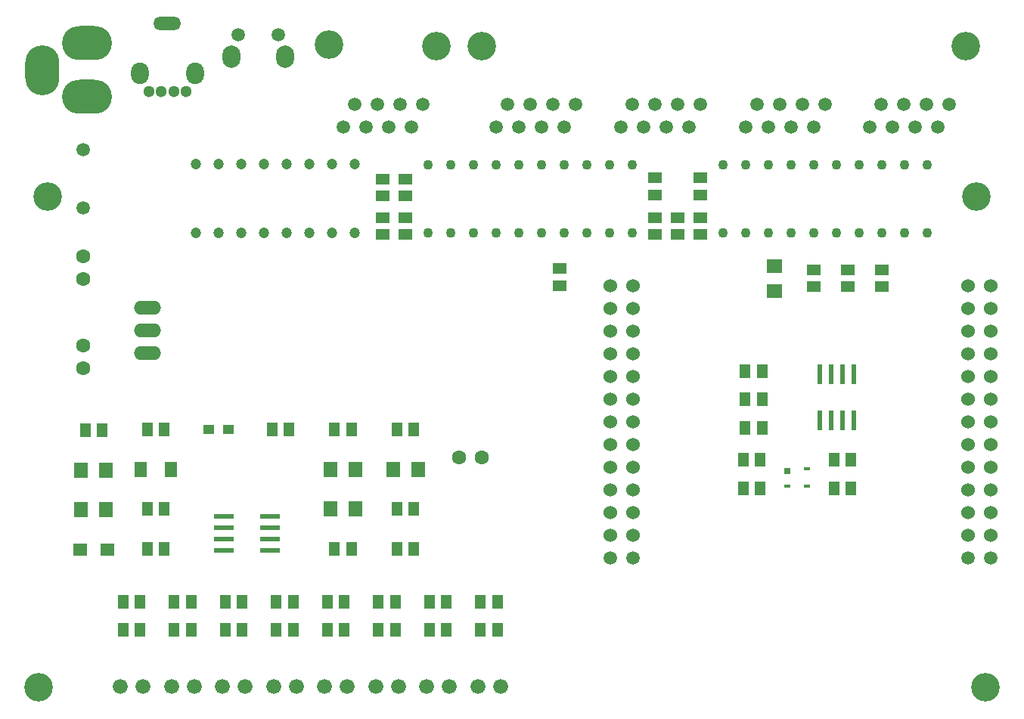
<source format=gts>
G04 (created by PCBNEW (2013-07-07 BZR 4022)-stable) date 2013/12/2 11:28:43*
%MOIN*%
G04 Gerber Fmt 3.4, Leading zero omitted, Abs format*
%FSLAX34Y34*%
G01*
G70*
G90*
G04 APERTURE LIST*
%ADD10C,0.00590551*%
%ADD11R,0.0866X0.0236*%
%ADD12O,0.12X0.06*%
%ADD13C,0.0433071*%
%ADD14R,0.0314961X0.030315*%
%ADD15R,0.0314961X0.015748*%
%ADD16R,0.0511X0.059*%
%ADD17R,0.059X0.0511*%
%ADD18O,0.15X0.22*%
%ADD19O,0.22X0.15*%
%ADD20R,0.0472X0.0393*%
%ADD21R,0.0551X0.0708*%
%ADD22R,0.0236X0.0866*%
%ADD23C,0.0472441*%
%ADD24C,0.066*%
%ADD25C,0.0593*%
%ADD26O,0.0787402X0.0984252*%
%ADD27C,0.126*%
%ADD28R,0.0629X0.0551*%
%ADD29C,0.063*%
%ADD30C,0.0590551*%
%ADD31C,0.06*%
%ADD32C,0.0511811*%
%ADD33O,0.0787402X0.0944882*%
%ADD34O,0.122047X0.0590551*%
%ADD35C,0.125984*%
%ADD36R,0.0629X0.0708*%
%ADD37R,0.0708X0.0629*%
G04 APERTURE END LIST*
G54D10*
G54D11*
X43977Y-30250D03*
X43977Y-30750D03*
X43977Y-31250D03*
X43977Y-31750D03*
X46023Y-31750D03*
X46023Y-31250D03*
X46023Y-30750D03*
X46023Y-30250D03*
G54D12*
X40625Y-22047D03*
X40625Y-21047D03*
X40625Y-23047D03*
G54D13*
X53000Y-17750D03*
X54000Y-17750D03*
X55000Y-17750D03*
X56000Y-17750D03*
X57000Y-17750D03*
X58000Y-17750D03*
X59000Y-17750D03*
X60000Y-17750D03*
X61000Y-17750D03*
X62000Y-17750D03*
X62000Y-14750D03*
X61000Y-14750D03*
X60000Y-14750D03*
X59000Y-14750D03*
X58000Y-14750D03*
X57000Y-14750D03*
X56000Y-14750D03*
X55000Y-14750D03*
X54000Y-14750D03*
X53000Y-14750D03*
X66000Y-17750D03*
X67000Y-17750D03*
X68000Y-17750D03*
X69000Y-17750D03*
X70000Y-17750D03*
X71000Y-17750D03*
X72000Y-17750D03*
X73000Y-17750D03*
X74000Y-17750D03*
X75000Y-17750D03*
X75000Y-14750D03*
X74000Y-14750D03*
X73000Y-14750D03*
X72000Y-14750D03*
X71000Y-14750D03*
X70000Y-14750D03*
X69000Y-14750D03*
X68000Y-14750D03*
X67000Y-14750D03*
X66000Y-14750D03*
G54D14*
X68828Y-28232D03*
G54D15*
X68828Y-28917D03*
X69671Y-28917D03*
X69671Y-28161D03*
G54D16*
X52368Y-31679D03*
X51620Y-31679D03*
X67714Y-23842D03*
X66966Y-23842D03*
X67714Y-25092D03*
X66966Y-25092D03*
X40620Y-31679D03*
X41368Y-31679D03*
X40620Y-29929D03*
X41368Y-29929D03*
X40620Y-26429D03*
X41368Y-26429D03*
X66966Y-26342D03*
X67714Y-26342D03*
X49618Y-26429D03*
X48870Y-26429D03*
X52368Y-26429D03*
X51620Y-26429D03*
G54D17*
X65000Y-17076D03*
X65000Y-17824D03*
X51000Y-15376D03*
X51000Y-16124D03*
G54D16*
X55301Y-35250D03*
X56049Y-35250D03*
G54D17*
X52000Y-15376D03*
X52000Y-16124D03*
X63000Y-15326D03*
X63000Y-16074D03*
X65000Y-15326D03*
X65000Y-16074D03*
G54D16*
X44799Y-34000D03*
X44051Y-34000D03*
X40299Y-34000D03*
X39551Y-34000D03*
X41801Y-35250D03*
X42549Y-35250D03*
X42549Y-34000D03*
X41801Y-34000D03*
X47049Y-34000D03*
X46301Y-34000D03*
X49299Y-34000D03*
X48551Y-34000D03*
X51549Y-34000D03*
X50801Y-34000D03*
X71624Y-29000D03*
X70876Y-29000D03*
X67624Y-29000D03*
X66876Y-29000D03*
X39551Y-35250D03*
X40299Y-35250D03*
G54D18*
X36000Y-10570D03*
G54D19*
X37970Y-11750D03*
X37970Y-9390D03*
G54D20*
X43311Y-26429D03*
X44177Y-26429D03*
G54D21*
X40325Y-28179D03*
X41663Y-28179D03*
G54D16*
X53799Y-35250D03*
X53051Y-35250D03*
X70876Y-27750D03*
X71624Y-27750D03*
X46868Y-26429D03*
X46120Y-26429D03*
X38624Y-26450D03*
X37876Y-26450D03*
X44799Y-35250D03*
X44051Y-35250D03*
X47049Y-35250D03*
X46301Y-35250D03*
X49299Y-35250D03*
X48551Y-35250D03*
X51549Y-35250D03*
X50801Y-35250D03*
X48870Y-31679D03*
X49618Y-31679D03*
G54D17*
X51000Y-17076D03*
X51000Y-17824D03*
X73000Y-19376D03*
X73000Y-20124D03*
X71500Y-19376D03*
X71500Y-20124D03*
X58800Y-19326D03*
X58800Y-20074D03*
X52000Y-17076D03*
X52000Y-17824D03*
G54D16*
X51620Y-29929D03*
X52368Y-29929D03*
X55301Y-34000D03*
X56049Y-34000D03*
X53799Y-34000D03*
X53051Y-34000D03*
G54D22*
X70250Y-26023D03*
X70750Y-26023D03*
X71250Y-26023D03*
X71750Y-26023D03*
X71750Y-23977D03*
X71250Y-23977D03*
X70750Y-23977D03*
X70250Y-23977D03*
G54D23*
X42750Y-17750D03*
X43750Y-17750D03*
X44750Y-17750D03*
X45750Y-17750D03*
X46750Y-17750D03*
X47750Y-17750D03*
X48750Y-17750D03*
X49750Y-17750D03*
X49750Y-14726D03*
X48750Y-14726D03*
X47742Y-14722D03*
X46746Y-14722D03*
X45750Y-14726D03*
X44750Y-14726D03*
X43750Y-14726D03*
X42750Y-14726D03*
G54D24*
X44925Y-37750D03*
X43925Y-37750D03*
X47175Y-37750D03*
X46175Y-37750D03*
X49425Y-37750D03*
X48425Y-37750D03*
X51675Y-37750D03*
X50675Y-37750D03*
X53925Y-37750D03*
X52925Y-37750D03*
X55200Y-37750D03*
X56200Y-37750D03*
X42675Y-37750D03*
X41675Y-37750D03*
G54D25*
X46385Y-9000D03*
X44614Y-9000D03*
G54D26*
X46681Y-9984D03*
X44318Y-9984D03*
G54D27*
X35826Y-37795D03*
X36220Y-16141D03*
X77559Y-37795D03*
X77165Y-16141D03*
G54D28*
X38840Y-31700D03*
X37660Y-31700D03*
G54D17*
X64000Y-17076D03*
X64000Y-17824D03*
G54D16*
X67624Y-27750D03*
X66876Y-27750D03*
G54D17*
X63000Y-17076D03*
X63000Y-17824D03*
G54D29*
X37795Y-23728D03*
X37795Y-22728D03*
X37795Y-18791D03*
X37795Y-19791D03*
G54D30*
X37795Y-14074D03*
X37795Y-16633D03*
G54D17*
X70000Y-19376D03*
X70000Y-20124D03*
G54D31*
X76771Y-20078D03*
X77771Y-20078D03*
X76771Y-21078D03*
X77771Y-21078D03*
X76771Y-22078D03*
X77771Y-22078D03*
X76771Y-23078D03*
X77771Y-23078D03*
X76771Y-24078D03*
X77771Y-24078D03*
X76771Y-25078D03*
X77771Y-25078D03*
X76771Y-26078D03*
X77771Y-26078D03*
X76771Y-27078D03*
X77771Y-27078D03*
X76771Y-28078D03*
X77771Y-28078D03*
X76771Y-29078D03*
X77771Y-29078D03*
X76771Y-30078D03*
X77771Y-30078D03*
X76771Y-31078D03*
X77771Y-31078D03*
G54D25*
X76771Y-32078D03*
X77771Y-32078D03*
G54D31*
X61023Y-20078D03*
X62023Y-20078D03*
X61023Y-21078D03*
X62023Y-21078D03*
X61023Y-22078D03*
X62023Y-22078D03*
X61023Y-23078D03*
X62023Y-23078D03*
X61023Y-24078D03*
X62023Y-24078D03*
X61023Y-25078D03*
X62023Y-25078D03*
X61023Y-26078D03*
X62023Y-26078D03*
X61023Y-27078D03*
X62023Y-27078D03*
X61023Y-28078D03*
X62023Y-28078D03*
X61023Y-29078D03*
X62023Y-29078D03*
X61023Y-30078D03*
X62023Y-30078D03*
X61023Y-31078D03*
X62023Y-31078D03*
G54D25*
X61023Y-32078D03*
X62023Y-32078D03*
G54D24*
X40425Y-37750D03*
X39425Y-37750D03*
G54D32*
X41224Y-11507D03*
X40673Y-11507D03*
X41775Y-11507D03*
X42326Y-11507D03*
G54D33*
X40287Y-10720D03*
X42712Y-10720D03*
G54D34*
X41500Y-8515D03*
G54D25*
X51250Y-13069D03*
X50750Y-12069D03*
X49750Y-12069D03*
X49250Y-13069D03*
X50250Y-13069D03*
X52750Y-12069D03*
X52250Y-13069D03*
X51750Y-12069D03*
G54D35*
X53362Y-9500D03*
X48637Y-9460D03*
X76687Y-9500D03*
X55348Y-9500D03*
G54D25*
X72470Y-13085D03*
X72970Y-12085D03*
X73470Y-13085D03*
X73970Y-12085D03*
X74470Y-13085D03*
X74970Y-12085D03*
X75470Y-13085D03*
X75970Y-12085D03*
X55995Y-13080D03*
X56495Y-12080D03*
X56995Y-13080D03*
X57495Y-12080D03*
X57995Y-13080D03*
X58495Y-12080D03*
X58995Y-13080D03*
X59495Y-12080D03*
X61485Y-13085D03*
X61985Y-12085D03*
X62485Y-13085D03*
X62985Y-12085D03*
X63485Y-13085D03*
X63985Y-12085D03*
X64485Y-13085D03*
X64985Y-12085D03*
X66985Y-13085D03*
X67485Y-12085D03*
X67985Y-13085D03*
X68485Y-12085D03*
X68985Y-13085D03*
X69485Y-12085D03*
X69985Y-13085D03*
X70485Y-12085D03*
G54D36*
X51443Y-28179D03*
X52545Y-28179D03*
X48693Y-29929D03*
X49795Y-29929D03*
X37699Y-29950D03*
X38801Y-29950D03*
X48693Y-28179D03*
X49795Y-28179D03*
X38801Y-28200D03*
X37699Y-28200D03*
G54D37*
X68250Y-19199D03*
X68250Y-20301D03*
G54D29*
X54350Y-27650D03*
X55350Y-27650D03*
M02*

</source>
